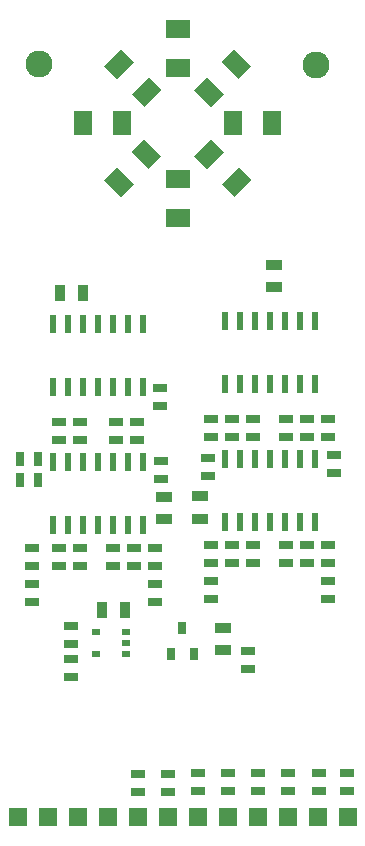
<source format=gbs>
G04 (created by PCBNEW (2013-07-07 BZR 4022)-stable) date 12/18/2014 6:53:03 AM*
%MOIN*%
G04 Gerber Fmt 3.4, Leading zero omitted, Abs format*
%FSLAX34Y34*%
G01*
G70*
G90*
G04 APERTURE LIST*
%ADD10C,0.00590551*%
%ADD11C,0.09*%
%ADD12R,0.023622X0.0590551*%
%ADD13R,0.03X0.02*%
%ADD14R,0.0315X0.0394*%
%ADD15R,0.08X0.06*%
%ADD16R,0.06X0.08*%
%ADD17R,0.035X0.055*%
%ADD18R,0.055X0.035*%
%ADD19R,0.045X0.025*%
%ADD20R,0.025X0.045*%
%ADD21R,0.0590551X0.0590551*%
G04 APERTURE END LIST*
G54D10*
G54D11*
X83010Y-45680D03*
X73780Y-45640D03*
G54D12*
X74228Y-54287D03*
X74728Y-54287D03*
X75228Y-54287D03*
X75728Y-54287D03*
X76228Y-54287D03*
X76728Y-54287D03*
X77228Y-54287D03*
X77228Y-56412D03*
X76728Y-56412D03*
X76228Y-56412D03*
X75728Y-56412D03*
X75228Y-56412D03*
X74728Y-56412D03*
X74228Y-56412D03*
G54D13*
X76680Y-64555D03*
X76680Y-65305D03*
X75680Y-64555D03*
X76680Y-64930D03*
X75680Y-65305D03*
G54D14*
X78550Y-64417D03*
X78175Y-65283D03*
X78925Y-65283D03*
G54D15*
X78400Y-49450D03*
X78400Y-50750D03*
G54D10*
G36*
X77288Y-48145D02*
X77854Y-48711D01*
X77430Y-49135D01*
X76864Y-48569D01*
X77288Y-48145D01*
X77288Y-48145D01*
G37*
G36*
X76369Y-49064D02*
X76935Y-49630D01*
X76511Y-50054D01*
X75945Y-49488D01*
X76369Y-49064D01*
X76369Y-49064D01*
G37*
G36*
X78945Y-48711D02*
X79511Y-48145D01*
X79935Y-48569D01*
X79369Y-49135D01*
X78945Y-48711D01*
X78945Y-48711D01*
G37*
G36*
X79864Y-49630D02*
X80430Y-49064D01*
X80854Y-49488D01*
X80288Y-50054D01*
X79864Y-49630D01*
X79864Y-49630D01*
G37*
G54D16*
X80250Y-47600D03*
X81550Y-47600D03*
G54D10*
G36*
X79511Y-47054D02*
X78945Y-46488D01*
X79369Y-46064D01*
X79935Y-46630D01*
X79511Y-47054D01*
X79511Y-47054D01*
G37*
G36*
X80430Y-46135D02*
X79864Y-45569D01*
X80288Y-45145D01*
X80854Y-45711D01*
X80430Y-46135D01*
X80430Y-46135D01*
G37*
G54D15*
X78400Y-45750D03*
X78400Y-44450D03*
G54D10*
G36*
X77854Y-46488D02*
X77288Y-47054D01*
X76864Y-46630D01*
X77430Y-46064D01*
X77854Y-46488D01*
X77854Y-46488D01*
G37*
G36*
X76935Y-45569D02*
X76369Y-46135D01*
X75945Y-45711D01*
X76511Y-45145D01*
X76935Y-45569D01*
X76935Y-45569D01*
G37*
G54D16*
X76550Y-47600D03*
X75250Y-47600D03*
G54D17*
X76635Y-63820D03*
X75885Y-63820D03*
G54D18*
X81600Y-53075D03*
X81600Y-52325D03*
G54D17*
X75225Y-53250D03*
X74475Y-53250D03*
G54D18*
X79900Y-65175D03*
X79900Y-64425D03*
X79140Y-60045D03*
X79140Y-60795D03*
X77930Y-60055D03*
X77930Y-60805D03*
G54D19*
X82000Y-62250D03*
X82000Y-61650D03*
X79500Y-61650D03*
X79500Y-62250D03*
X80060Y-69870D03*
X80060Y-69270D03*
X82700Y-61650D03*
X82700Y-62250D03*
X80200Y-61650D03*
X80200Y-62250D03*
X80900Y-62250D03*
X80900Y-61650D03*
X79500Y-58050D03*
X79500Y-57450D03*
X79400Y-58750D03*
X79400Y-59350D03*
X79070Y-69880D03*
X79070Y-69280D03*
X80200Y-58050D03*
X80200Y-57450D03*
X80900Y-57450D03*
X80900Y-58050D03*
X83400Y-58050D03*
X83400Y-57450D03*
X83600Y-58650D03*
X83600Y-59250D03*
X78070Y-69890D03*
X78070Y-69290D03*
X80750Y-65800D03*
X80750Y-65200D03*
X82700Y-58050D03*
X82700Y-57450D03*
X82000Y-57450D03*
X82000Y-58050D03*
X77070Y-69890D03*
X77070Y-69290D03*
X83400Y-62850D03*
X83400Y-63450D03*
X77050Y-58150D03*
X77050Y-57550D03*
X83400Y-61650D03*
X83400Y-62250D03*
G54D20*
X73730Y-59490D03*
X73130Y-59490D03*
G54D19*
X74850Y-66050D03*
X74850Y-65450D03*
X74850Y-64950D03*
X74850Y-64350D03*
X73550Y-62950D03*
X73550Y-63550D03*
X73550Y-61750D03*
X73550Y-62350D03*
X84050Y-69850D03*
X84050Y-69250D03*
X74450Y-61750D03*
X74450Y-62350D03*
X75150Y-62350D03*
X75150Y-61750D03*
X79500Y-62850D03*
X79500Y-63450D03*
G54D20*
X73130Y-58810D03*
X73730Y-58810D03*
G54D19*
X83100Y-69850D03*
X83100Y-69250D03*
X74450Y-58150D03*
X74450Y-57550D03*
X75150Y-57550D03*
X75150Y-58150D03*
X77810Y-57030D03*
X77810Y-56430D03*
X77850Y-58850D03*
X77850Y-59450D03*
X82060Y-69850D03*
X82060Y-69250D03*
X76350Y-57550D03*
X76350Y-58150D03*
X77650Y-62950D03*
X77650Y-63550D03*
X77650Y-61750D03*
X77650Y-62350D03*
X81080Y-69850D03*
X81080Y-69250D03*
X76950Y-61750D03*
X76950Y-62350D03*
X76250Y-62350D03*
X76250Y-61750D03*
G54D21*
X84060Y-70730D03*
X83060Y-70730D03*
X82060Y-70730D03*
X81060Y-70730D03*
X80060Y-70730D03*
X79060Y-70730D03*
X78060Y-70730D03*
X77060Y-70730D03*
X76060Y-70730D03*
X75060Y-70730D03*
X74060Y-70730D03*
X73060Y-70730D03*
G54D12*
X74228Y-58887D03*
X74728Y-58887D03*
X75228Y-58887D03*
X75728Y-58887D03*
X76228Y-58887D03*
X76728Y-58887D03*
X77228Y-58887D03*
X77228Y-61012D03*
X76728Y-61012D03*
X76228Y-61012D03*
X75728Y-61012D03*
X75228Y-61012D03*
X74728Y-61012D03*
X74228Y-61012D03*
X79978Y-54187D03*
X80478Y-54187D03*
X80978Y-54187D03*
X81478Y-54187D03*
X81978Y-54187D03*
X82478Y-54187D03*
X82978Y-54187D03*
X82978Y-56312D03*
X82478Y-56312D03*
X81978Y-56312D03*
X81478Y-56312D03*
X80978Y-56312D03*
X80478Y-56312D03*
X79978Y-56312D03*
X79978Y-58787D03*
X80478Y-58787D03*
X80978Y-58787D03*
X81478Y-58787D03*
X81978Y-58787D03*
X82478Y-58787D03*
X82978Y-58787D03*
X82978Y-60912D03*
X82478Y-60912D03*
X81978Y-60912D03*
X81478Y-60912D03*
X80978Y-60912D03*
X80478Y-60912D03*
X79978Y-60912D03*
M02*

</source>
